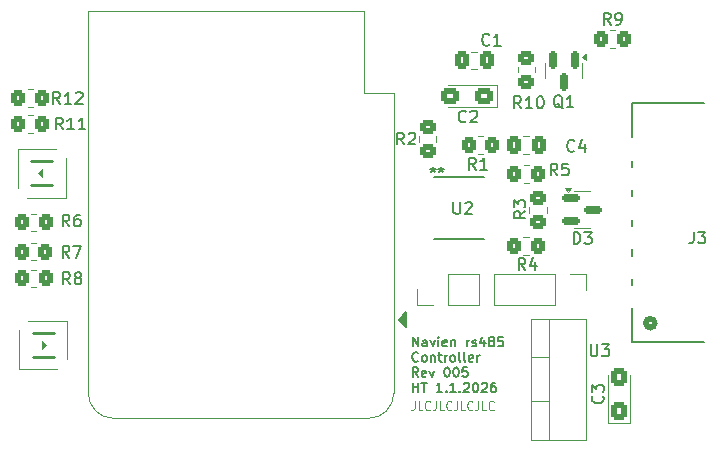
<source format=gbr>
%TF.GenerationSoftware,KiCad,Pcbnew,8.0.8*%
%TF.CreationDate,2026-01-01T17:30:43-08:00*%
%TF.ProjectId,navien,6e617669-656e-42e6-9b69-6361645f7063,rev?*%
%TF.SameCoordinates,Original*%
%TF.FileFunction,Legend,Top*%
%TF.FilePolarity,Positive*%
%FSLAX46Y46*%
G04 Gerber Fmt 4.6, Leading zero omitted, Abs format (unit mm)*
G04 Created by KiCad (PCBNEW 8.0.8) date 2026-01-01 17:30:43*
%MOMM*%
%LPD*%
G01*
G04 APERTURE LIST*
G04 Aperture macros list*
%AMRoundRect*
0 Rectangle with rounded corners*
0 $1 Rounding radius*
0 $2 $3 $4 $5 $6 $7 $8 $9 X,Y pos of 4 corners*
0 Add a 4 corners polygon primitive as box body*
4,1,4,$2,$3,$4,$5,$6,$7,$8,$9,$2,$3,0*
0 Add four circle primitives for the rounded corners*
1,1,$1+$1,$2,$3*
1,1,$1+$1,$4,$5*
1,1,$1+$1,$6,$7*
1,1,$1+$1,$8,$9*
0 Add four rect primitives between the rounded corners*
20,1,$1+$1,$2,$3,$4,$5,0*
20,1,$1+$1,$4,$5,$6,$7,0*
20,1,$1+$1,$6,$7,$8,$9,0*
20,1,$1+$1,$8,$9,$2,$3,0*%
G04 Aperture macros list end*
%ADD10C,0.120000*%
%ADD11C,0.150000*%
%ADD12C,0.254000*%
%ADD13C,0.100000*%
%ADD14C,0.000000*%
%ADD15C,0.152400*%
%ADD16C,0.508000*%
%ADD17C,1.524000*%
%ADD18R,1.100000X0.600000*%
%ADD19RoundRect,0.250000X0.450000X-0.350000X0.450000X0.350000X-0.450000X0.350000X-0.450000X-0.350000X0*%
%ADD20R,4.495800X1.295400*%
%ADD21R,2.709601X1.803400*%
%ADD22R,2.709601X1.851698*%
%ADD23RoundRect,0.250000X-0.350000X-0.450000X0.350000X-0.450000X0.350000X0.450000X-0.350000X0.450000X0*%
%ADD24RoundRect,0.250000X-0.337500X-0.475000X0.337500X-0.475000X0.337500X0.475000X-0.337500X0.475000X0*%
%ADD25R,1.460500X0.558800*%
%ADD26R,1.700000X1.700000*%
%ADD27O,1.700000X1.700000*%
%ADD28R,2.000000X2.000000*%
%ADD29O,2.000000X1.600000*%
%ADD30RoundRect,0.250000X0.425000X-0.537500X0.425000X0.537500X-0.425000X0.537500X-0.425000X-0.537500X0*%
%ADD31C,2.500000*%
%ADD32RoundRect,0.250000X0.537500X0.425000X-0.537500X0.425000X-0.537500X-0.425000X0.537500X-0.425000X0*%
%ADD33RoundRect,0.250000X0.337500X0.475000X-0.337500X0.475000X-0.337500X-0.475000X0.337500X-0.475000X0*%
%ADD34RoundRect,0.250000X0.350000X0.450000X-0.350000X0.450000X-0.350000X-0.450000X0.350000X-0.450000X0*%
%ADD35R,2.000000X1.905000*%
%ADD36O,2.000000X1.905000*%
%ADD37RoundRect,0.150000X-0.587500X-0.150000X0.587500X-0.150000X0.587500X0.150000X-0.587500X0.150000X0*%
%ADD38RoundRect,0.150000X-0.150000X0.587500X-0.150000X-0.587500X0.150000X-0.587500X0.150000X0.587500X0*%
%ADD39RoundRect,0.250000X-0.450000X0.350000X-0.450000X-0.350000X0.450000X-0.350000X0.450000X0.350000X0*%
G04 APERTURE END LIST*
D10*
X36745613Y3785745D02*
X36745613Y3214317D01*
X36745613Y3214317D02*
X36712280Y3100031D01*
X36712280Y3100031D02*
X36645613Y3023840D01*
X36645613Y3023840D02*
X36545613Y2985745D01*
X36545613Y2985745D02*
X36478947Y2985745D01*
X37412280Y2985745D02*
X37078946Y2985745D01*
X37078946Y2985745D02*
X37078946Y3785745D01*
X38045613Y3061936D02*
X38012280Y3023840D01*
X38012280Y3023840D02*
X37912280Y2985745D01*
X37912280Y2985745D02*
X37845613Y2985745D01*
X37845613Y2985745D02*
X37745613Y3023840D01*
X37745613Y3023840D02*
X37678947Y3100031D01*
X37678947Y3100031D02*
X37645613Y3176221D01*
X37645613Y3176221D02*
X37612280Y3328602D01*
X37612280Y3328602D02*
X37612280Y3442888D01*
X37612280Y3442888D02*
X37645613Y3595269D01*
X37645613Y3595269D02*
X37678947Y3671460D01*
X37678947Y3671460D02*
X37745613Y3747650D01*
X37745613Y3747650D02*
X37845613Y3785745D01*
X37845613Y3785745D02*
X37912280Y3785745D01*
X37912280Y3785745D02*
X38012280Y3747650D01*
X38012280Y3747650D02*
X38045613Y3709555D01*
X38545613Y3785745D02*
X38545613Y3214317D01*
X38545613Y3214317D02*
X38512280Y3100031D01*
X38512280Y3100031D02*
X38445613Y3023840D01*
X38445613Y3023840D02*
X38345613Y2985745D01*
X38345613Y2985745D02*
X38278947Y2985745D01*
X39212280Y2985745D02*
X38878946Y2985745D01*
X38878946Y2985745D02*
X38878946Y3785745D01*
X39845613Y3061936D02*
X39812280Y3023840D01*
X39812280Y3023840D02*
X39712280Y2985745D01*
X39712280Y2985745D02*
X39645613Y2985745D01*
X39645613Y2985745D02*
X39545613Y3023840D01*
X39545613Y3023840D02*
X39478947Y3100031D01*
X39478947Y3100031D02*
X39445613Y3176221D01*
X39445613Y3176221D02*
X39412280Y3328602D01*
X39412280Y3328602D02*
X39412280Y3442888D01*
X39412280Y3442888D02*
X39445613Y3595269D01*
X39445613Y3595269D02*
X39478947Y3671460D01*
X39478947Y3671460D02*
X39545613Y3747650D01*
X39545613Y3747650D02*
X39645613Y3785745D01*
X39645613Y3785745D02*
X39712280Y3785745D01*
X39712280Y3785745D02*
X39812280Y3747650D01*
X39812280Y3747650D02*
X39845613Y3709555D01*
X40345613Y3785745D02*
X40345613Y3214317D01*
X40345613Y3214317D02*
X40312280Y3100031D01*
X40312280Y3100031D02*
X40245613Y3023840D01*
X40245613Y3023840D02*
X40145613Y2985745D01*
X40145613Y2985745D02*
X40078947Y2985745D01*
X41012280Y2985745D02*
X40678946Y2985745D01*
X40678946Y2985745D02*
X40678946Y3785745D01*
X41645613Y3061936D02*
X41612280Y3023840D01*
X41612280Y3023840D02*
X41512280Y2985745D01*
X41512280Y2985745D02*
X41445613Y2985745D01*
X41445613Y2985745D02*
X41345613Y3023840D01*
X41345613Y3023840D02*
X41278947Y3100031D01*
X41278947Y3100031D02*
X41245613Y3176221D01*
X41245613Y3176221D02*
X41212280Y3328602D01*
X41212280Y3328602D02*
X41212280Y3442888D01*
X41212280Y3442888D02*
X41245613Y3595269D01*
X41245613Y3595269D02*
X41278947Y3671460D01*
X41278947Y3671460D02*
X41345613Y3747650D01*
X41345613Y3747650D02*
X41445613Y3785745D01*
X41445613Y3785745D02*
X41512280Y3785745D01*
X41512280Y3785745D02*
X41612280Y3747650D01*
X41612280Y3747650D02*
X41645613Y3709555D01*
X42145613Y3785745D02*
X42145613Y3214317D01*
X42145613Y3214317D02*
X42112280Y3100031D01*
X42112280Y3100031D02*
X42045613Y3023840D01*
X42045613Y3023840D02*
X41945613Y2985745D01*
X41945613Y2985745D02*
X41878947Y2985745D01*
X42812280Y2985745D02*
X42478946Y2985745D01*
X42478946Y2985745D02*
X42478946Y3785745D01*
X43445613Y3061936D02*
X43412280Y3023840D01*
X43412280Y3023840D02*
X43312280Y2985745D01*
X43312280Y2985745D02*
X43245613Y2985745D01*
X43245613Y2985745D02*
X43145613Y3023840D01*
X43145613Y3023840D02*
X43078947Y3100031D01*
X43078947Y3100031D02*
X43045613Y3176221D01*
X43045613Y3176221D02*
X43012280Y3328602D01*
X43012280Y3328602D02*
X43012280Y3442888D01*
X43012280Y3442888D02*
X43045613Y3595269D01*
X43045613Y3595269D02*
X43078947Y3671460D01*
X43078947Y3671460D02*
X43145613Y3747650D01*
X43145613Y3747650D02*
X43245613Y3785745D01*
X43245613Y3785745D02*
X43312280Y3785745D01*
X43312280Y3785745D02*
X43412280Y3747650D01*
X43412280Y3747650D02*
X43445613Y3709555D01*
D11*
X36589160Y8401170D02*
X36589160Y9201170D01*
X36589160Y9201170D02*
X37046303Y8401170D01*
X37046303Y8401170D02*
X37046303Y9201170D01*
X37770112Y8401170D02*
X37770112Y8820218D01*
X37770112Y8820218D02*
X37732017Y8896408D01*
X37732017Y8896408D02*
X37655826Y8934504D01*
X37655826Y8934504D02*
X37503445Y8934504D01*
X37503445Y8934504D02*
X37427255Y8896408D01*
X37770112Y8439265D02*
X37693921Y8401170D01*
X37693921Y8401170D02*
X37503445Y8401170D01*
X37503445Y8401170D02*
X37427255Y8439265D01*
X37427255Y8439265D02*
X37389159Y8515456D01*
X37389159Y8515456D02*
X37389159Y8591646D01*
X37389159Y8591646D02*
X37427255Y8667837D01*
X37427255Y8667837D02*
X37503445Y8705932D01*
X37503445Y8705932D02*
X37693921Y8705932D01*
X37693921Y8705932D02*
X37770112Y8744027D01*
X38074874Y8934504D02*
X38265350Y8401170D01*
X38265350Y8401170D02*
X38455827Y8934504D01*
X38760589Y8401170D02*
X38760589Y8934504D01*
X38760589Y9201170D02*
X38722493Y9163075D01*
X38722493Y9163075D02*
X38760589Y9124980D01*
X38760589Y9124980D02*
X38798684Y9163075D01*
X38798684Y9163075D02*
X38760589Y9201170D01*
X38760589Y9201170D02*
X38760589Y9124980D01*
X39446303Y8439265D02*
X39370112Y8401170D01*
X39370112Y8401170D02*
X39217731Y8401170D01*
X39217731Y8401170D02*
X39141541Y8439265D01*
X39141541Y8439265D02*
X39103445Y8515456D01*
X39103445Y8515456D02*
X39103445Y8820218D01*
X39103445Y8820218D02*
X39141541Y8896408D01*
X39141541Y8896408D02*
X39217731Y8934504D01*
X39217731Y8934504D02*
X39370112Y8934504D01*
X39370112Y8934504D02*
X39446303Y8896408D01*
X39446303Y8896408D02*
X39484398Y8820218D01*
X39484398Y8820218D02*
X39484398Y8744027D01*
X39484398Y8744027D02*
X39103445Y8667837D01*
X39827255Y8934504D02*
X39827255Y8401170D01*
X39827255Y8858313D02*
X39865350Y8896408D01*
X39865350Y8896408D02*
X39941540Y8934504D01*
X39941540Y8934504D02*
X40055826Y8934504D01*
X40055826Y8934504D02*
X40132017Y8896408D01*
X40132017Y8896408D02*
X40170112Y8820218D01*
X40170112Y8820218D02*
X40170112Y8401170D01*
X41160589Y8401170D02*
X41160589Y8934504D01*
X41160589Y8782123D02*
X41198684Y8858313D01*
X41198684Y8858313D02*
X41236779Y8896408D01*
X41236779Y8896408D02*
X41312970Y8934504D01*
X41312970Y8934504D02*
X41389160Y8934504D01*
X41617731Y8439265D02*
X41693922Y8401170D01*
X41693922Y8401170D02*
X41846303Y8401170D01*
X41846303Y8401170D02*
X41922493Y8439265D01*
X41922493Y8439265D02*
X41960589Y8515456D01*
X41960589Y8515456D02*
X41960589Y8553551D01*
X41960589Y8553551D02*
X41922493Y8629742D01*
X41922493Y8629742D02*
X41846303Y8667837D01*
X41846303Y8667837D02*
X41732017Y8667837D01*
X41732017Y8667837D02*
X41655827Y8705932D01*
X41655827Y8705932D02*
X41617731Y8782123D01*
X41617731Y8782123D02*
X41617731Y8820218D01*
X41617731Y8820218D02*
X41655827Y8896408D01*
X41655827Y8896408D02*
X41732017Y8934504D01*
X41732017Y8934504D02*
X41846303Y8934504D01*
X41846303Y8934504D02*
X41922493Y8896408D01*
X42646303Y8934504D02*
X42646303Y8401170D01*
X42455827Y9239265D02*
X42265350Y8667837D01*
X42265350Y8667837D02*
X42760589Y8667837D01*
X43179636Y8858313D02*
X43103446Y8896408D01*
X43103446Y8896408D02*
X43065351Y8934504D01*
X43065351Y8934504D02*
X43027255Y9010694D01*
X43027255Y9010694D02*
X43027255Y9048789D01*
X43027255Y9048789D02*
X43065351Y9124980D01*
X43065351Y9124980D02*
X43103446Y9163075D01*
X43103446Y9163075D02*
X43179636Y9201170D01*
X43179636Y9201170D02*
X43332017Y9201170D01*
X43332017Y9201170D02*
X43408208Y9163075D01*
X43408208Y9163075D02*
X43446303Y9124980D01*
X43446303Y9124980D02*
X43484398Y9048789D01*
X43484398Y9048789D02*
X43484398Y9010694D01*
X43484398Y9010694D02*
X43446303Y8934504D01*
X43446303Y8934504D02*
X43408208Y8896408D01*
X43408208Y8896408D02*
X43332017Y8858313D01*
X43332017Y8858313D02*
X43179636Y8858313D01*
X43179636Y8858313D02*
X43103446Y8820218D01*
X43103446Y8820218D02*
X43065351Y8782123D01*
X43065351Y8782123D02*
X43027255Y8705932D01*
X43027255Y8705932D02*
X43027255Y8553551D01*
X43027255Y8553551D02*
X43065351Y8477361D01*
X43065351Y8477361D02*
X43103446Y8439265D01*
X43103446Y8439265D02*
X43179636Y8401170D01*
X43179636Y8401170D02*
X43332017Y8401170D01*
X43332017Y8401170D02*
X43408208Y8439265D01*
X43408208Y8439265D02*
X43446303Y8477361D01*
X43446303Y8477361D02*
X43484398Y8553551D01*
X43484398Y8553551D02*
X43484398Y8705932D01*
X43484398Y8705932D02*
X43446303Y8782123D01*
X43446303Y8782123D02*
X43408208Y8820218D01*
X43408208Y8820218D02*
X43332017Y8858313D01*
X44208208Y9201170D02*
X43827256Y9201170D01*
X43827256Y9201170D02*
X43789160Y8820218D01*
X43789160Y8820218D02*
X43827256Y8858313D01*
X43827256Y8858313D02*
X43903446Y8896408D01*
X43903446Y8896408D02*
X44093922Y8896408D01*
X44093922Y8896408D02*
X44170113Y8858313D01*
X44170113Y8858313D02*
X44208208Y8820218D01*
X44208208Y8820218D02*
X44246303Y8744027D01*
X44246303Y8744027D02*
X44246303Y8553551D01*
X44246303Y8553551D02*
X44208208Y8477361D01*
X44208208Y8477361D02*
X44170113Y8439265D01*
X44170113Y8439265D02*
X44093922Y8401170D01*
X44093922Y8401170D02*
X43903446Y8401170D01*
X43903446Y8401170D02*
X43827256Y8439265D01*
X43827256Y8439265D02*
X43789160Y8477361D01*
X37046303Y7189406D02*
X37008207Y7151310D01*
X37008207Y7151310D02*
X36893922Y7113215D01*
X36893922Y7113215D02*
X36817731Y7113215D01*
X36817731Y7113215D02*
X36703445Y7151310D01*
X36703445Y7151310D02*
X36627255Y7227501D01*
X36627255Y7227501D02*
X36589160Y7303691D01*
X36589160Y7303691D02*
X36551064Y7456072D01*
X36551064Y7456072D02*
X36551064Y7570358D01*
X36551064Y7570358D02*
X36589160Y7722739D01*
X36589160Y7722739D02*
X36627255Y7798930D01*
X36627255Y7798930D02*
X36703445Y7875120D01*
X36703445Y7875120D02*
X36817731Y7913215D01*
X36817731Y7913215D02*
X36893922Y7913215D01*
X36893922Y7913215D02*
X37008207Y7875120D01*
X37008207Y7875120D02*
X37046303Y7837025D01*
X37503445Y7113215D02*
X37427255Y7151310D01*
X37427255Y7151310D02*
X37389160Y7189406D01*
X37389160Y7189406D02*
X37351064Y7265596D01*
X37351064Y7265596D02*
X37351064Y7494168D01*
X37351064Y7494168D02*
X37389160Y7570358D01*
X37389160Y7570358D02*
X37427255Y7608453D01*
X37427255Y7608453D02*
X37503445Y7646549D01*
X37503445Y7646549D02*
X37617731Y7646549D01*
X37617731Y7646549D02*
X37693922Y7608453D01*
X37693922Y7608453D02*
X37732017Y7570358D01*
X37732017Y7570358D02*
X37770112Y7494168D01*
X37770112Y7494168D02*
X37770112Y7265596D01*
X37770112Y7265596D02*
X37732017Y7189406D01*
X37732017Y7189406D02*
X37693922Y7151310D01*
X37693922Y7151310D02*
X37617731Y7113215D01*
X37617731Y7113215D02*
X37503445Y7113215D01*
X38112970Y7646549D02*
X38112970Y7113215D01*
X38112970Y7570358D02*
X38151065Y7608453D01*
X38151065Y7608453D02*
X38227255Y7646549D01*
X38227255Y7646549D02*
X38341541Y7646549D01*
X38341541Y7646549D02*
X38417732Y7608453D01*
X38417732Y7608453D02*
X38455827Y7532263D01*
X38455827Y7532263D02*
X38455827Y7113215D01*
X38722494Y7646549D02*
X39027256Y7646549D01*
X38836780Y7913215D02*
X38836780Y7227501D01*
X38836780Y7227501D02*
X38874875Y7151310D01*
X38874875Y7151310D02*
X38951065Y7113215D01*
X38951065Y7113215D02*
X39027256Y7113215D01*
X39293923Y7113215D02*
X39293923Y7646549D01*
X39293923Y7494168D02*
X39332018Y7570358D01*
X39332018Y7570358D02*
X39370113Y7608453D01*
X39370113Y7608453D02*
X39446304Y7646549D01*
X39446304Y7646549D02*
X39522494Y7646549D01*
X39903446Y7113215D02*
X39827256Y7151310D01*
X39827256Y7151310D02*
X39789161Y7189406D01*
X39789161Y7189406D02*
X39751065Y7265596D01*
X39751065Y7265596D02*
X39751065Y7494168D01*
X39751065Y7494168D02*
X39789161Y7570358D01*
X39789161Y7570358D02*
X39827256Y7608453D01*
X39827256Y7608453D02*
X39903446Y7646549D01*
X39903446Y7646549D02*
X40017732Y7646549D01*
X40017732Y7646549D02*
X40093923Y7608453D01*
X40093923Y7608453D02*
X40132018Y7570358D01*
X40132018Y7570358D02*
X40170113Y7494168D01*
X40170113Y7494168D02*
X40170113Y7265596D01*
X40170113Y7265596D02*
X40132018Y7189406D01*
X40132018Y7189406D02*
X40093923Y7151310D01*
X40093923Y7151310D02*
X40017732Y7113215D01*
X40017732Y7113215D02*
X39903446Y7113215D01*
X40627256Y7113215D02*
X40551066Y7151310D01*
X40551066Y7151310D02*
X40512971Y7227501D01*
X40512971Y7227501D02*
X40512971Y7913215D01*
X41046304Y7113215D02*
X40970114Y7151310D01*
X40970114Y7151310D02*
X40932019Y7227501D01*
X40932019Y7227501D02*
X40932019Y7913215D01*
X41655829Y7151310D02*
X41579638Y7113215D01*
X41579638Y7113215D02*
X41427257Y7113215D01*
X41427257Y7113215D02*
X41351067Y7151310D01*
X41351067Y7151310D02*
X41312971Y7227501D01*
X41312971Y7227501D02*
X41312971Y7532263D01*
X41312971Y7532263D02*
X41351067Y7608453D01*
X41351067Y7608453D02*
X41427257Y7646549D01*
X41427257Y7646549D02*
X41579638Y7646549D01*
X41579638Y7646549D02*
X41655829Y7608453D01*
X41655829Y7608453D02*
X41693924Y7532263D01*
X41693924Y7532263D02*
X41693924Y7456072D01*
X41693924Y7456072D02*
X41312971Y7379882D01*
X42036781Y7113215D02*
X42036781Y7646549D01*
X42036781Y7494168D02*
X42074876Y7570358D01*
X42074876Y7570358D02*
X42112971Y7608453D01*
X42112971Y7608453D02*
X42189162Y7646549D01*
X42189162Y7646549D02*
X42265352Y7646549D01*
X37046303Y5825260D02*
X36779636Y6206213D01*
X36589160Y5825260D02*
X36589160Y6625260D01*
X36589160Y6625260D02*
X36893922Y6625260D01*
X36893922Y6625260D02*
X36970112Y6587165D01*
X36970112Y6587165D02*
X37008207Y6549070D01*
X37008207Y6549070D02*
X37046303Y6472879D01*
X37046303Y6472879D02*
X37046303Y6358594D01*
X37046303Y6358594D02*
X37008207Y6282403D01*
X37008207Y6282403D02*
X36970112Y6244308D01*
X36970112Y6244308D02*
X36893922Y6206213D01*
X36893922Y6206213D02*
X36589160Y6206213D01*
X37693922Y5863355D02*
X37617731Y5825260D01*
X37617731Y5825260D02*
X37465350Y5825260D01*
X37465350Y5825260D02*
X37389160Y5863355D01*
X37389160Y5863355D02*
X37351064Y5939546D01*
X37351064Y5939546D02*
X37351064Y6244308D01*
X37351064Y6244308D02*
X37389160Y6320498D01*
X37389160Y6320498D02*
X37465350Y6358594D01*
X37465350Y6358594D02*
X37617731Y6358594D01*
X37617731Y6358594D02*
X37693922Y6320498D01*
X37693922Y6320498D02*
X37732017Y6244308D01*
X37732017Y6244308D02*
X37732017Y6168117D01*
X37732017Y6168117D02*
X37351064Y6091927D01*
X37998683Y6358594D02*
X38189159Y5825260D01*
X38189159Y5825260D02*
X38379636Y6358594D01*
X39446303Y6625260D02*
X39522493Y6625260D01*
X39522493Y6625260D02*
X39598684Y6587165D01*
X39598684Y6587165D02*
X39636779Y6549070D01*
X39636779Y6549070D02*
X39674874Y6472879D01*
X39674874Y6472879D02*
X39712969Y6320498D01*
X39712969Y6320498D02*
X39712969Y6130022D01*
X39712969Y6130022D02*
X39674874Y5977641D01*
X39674874Y5977641D02*
X39636779Y5901451D01*
X39636779Y5901451D02*
X39598684Y5863355D01*
X39598684Y5863355D02*
X39522493Y5825260D01*
X39522493Y5825260D02*
X39446303Y5825260D01*
X39446303Y5825260D02*
X39370112Y5863355D01*
X39370112Y5863355D02*
X39332017Y5901451D01*
X39332017Y5901451D02*
X39293922Y5977641D01*
X39293922Y5977641D02*
X39255826Y6130022D01*
X39255826Y6130022D02*
X39255826Y6320498D01*
X39255826Y6320498D02*
X39293922Y6472879D01*
X39293922Y6472879D02*
X39332017Y6549070D01*
X39332017Y6549070D02*
X39370112Y6587165D01*
X39370112Y6587165D02*
X39446303Y6625260D01*
X40208208Y6625260D02*
X40284398Y6625260D01*
X40284398Y6625260D02*
X40360589Y6587165D01*
X40360589Y6587165D02*
X40398684Y6549070D01*
X40398684Y6549070D02*
X40436779Y6472879D01*
X40436779Y6472879D02*
X40474874Y6320498D01*
X40474874Y6320498D02*
X40474874Y6130022D01*
X40474874Y6130022D02*
X40436779Y5977641D01*
X40436779Y5977641D02*
X40398684Y5901451D01*
X40398684Y5901451D02*
X40360589Y5863355D01*
X40360589Y5863355D02*
X40284398Y5825260D01*
X40284398Y5825260D02*
X40208208Y5825260D01*
X40208208Y5825260D02*
X40132017Y5863355D01*
X40132017Y5863355D02*
X40093922Y5901451D01*
X40093922Y5901451D02*
X40055827Y5977641D01*
X40055827Y5977641D02*
X40017731Y6130022D01*
X40017731Y6130022D02*
X40017731Y6320498D01*
X40017731Y6320498D02*
X40055827Y6472879D01*
X40055827Y6472879D02*
X40093922Y6549070D01*
X40093922Y6549070D02*
X40132017Y6587165D01*
X40132017Y6587165D02*
X40208208Y6625260D01*
X41198684Y6625260D02*
X40817732Y6625260D01*
X40817732Y6625260D02*
X40779636Y6244308D01*
X40779636Y6244308D02*
X40817732Y6282403D01*
X40817732Y6282403D02*
X40893922Y6320498D01*
X40893922Y6320498D02*
X41084398Y6320498D01*
X41084398Y6320498D02*
X41160589Y6282403D01*
X41160589Y6282403D02*
X41198684Y6244308D01*
X41198684Y6244308D02*
X41236779Y6168117D01*
X41236779Y6168117D02*
X41236779Y5977641D01*
X41236779Y5977641D02*
X41198684Y5901451D01*
X41198684Y5901451D02*
X41160589Y5863355D01*
X41160589Y5863355D02*
X41084398Y5825260D01*
X41084398Y5825260D02*
X40893922Y5825260D01*
X40893922Y5825260D02*
X40817732Y5863355D01*
X40817732Y5863355D02*
X40779636Y5901451D01*
X36589160Y4537305D02*
X36589160Y5337305D01*
X36589160Y4956353D02*
X37046303Y4956353D01*
X37046303Y4537305D02*
X37046303Y5337305D01*
X37312969Y5337305D02*
X37770112Y5337305D01*
X37541540Y4537305D02*
X37541540Y5337305D01*
X39065350Y4537305D02*
X38608207Y4537305D01*
X38836779Y4537305D02*
X38836779Y5337305D01*
X38836779Y5337305D02*
X38760588Y5223020D01*
X38760588Y5223020D02*
X38684398Y5146829D01*
X38684398Y5146829D02*
X38608207Y5108734D01*
X39408208Y4613496D02*
X39446303Y4575400D01*
X39446303Y4575400D02*
X39408208Y4537305D01*
X39408208Y4537305D02*
X39370112Y4575400D01*
X39370112Y4575400D02*
X39408208Y4613496D01*
X39408208Y4613496D02*
X39408208Y4537305D01*
X40208207Y4537305D02*
X39751064Y4537305D01*
X39979636Y4537305D02*
X39979636Y5337305D01*
X39979636Y5337305D02*
X39903445Y5223020D01*
X39903445Y5223020D02*
X39827255Y5146829D01*
X39827255Y5146829D02*
X39751064Y5108734D01*
X40551065Y4613496D02*
X40589160Y4575400D01*
X40589160Y4575400D02*
X40551065Y4537305D01*
X40551065Y4537305D02*
X40512969Y4575400D01*
X40512969Y4575400D02*
X40551065Y4613496D01*
X40551065Y4613496D02*
X40551065Y4537305D01*
X40893921Y5261115D02*
X40932017Y5299210D01*
X40932017Y5299210D02*
X41008207Y5337305D01*
X41008207Y5337305D02*
X41198683Y5337305D01*
X41198683Y5337305D02*
X41274874Y5299210D01*
X41274874Y5299210D02*
X41312969Y5261115D01*
X41312969Y5261115D02*
X41351064Y5184924D01*
X41351064Y5184924D02*
X41351064Y5108734D01*
X41351064Y5108734D02*
X41312969Y4994448D01*
X41312969Y4994448D02*
X40855826Y4537305D01*
X40855826Y4537305D02*
X41351064Y4537305D01*
X41846303Y5337305D02*
X41922493Y5337305D01*
X41922493Y5337305D02*
X41998684Y5299210D01*
X41998684Y5299210D02*
X42036779Y5261115D01*
X42036779Y5261115D02*
X42074874Y5184924D01*
X42074874Y5184924D02*
X42112969Y5032543D01*
X42112969Y5032543D02*
X42112969Y4842067D01*
X42112969Y4842067D02*
X42074874Y4689686D01*
X42074874Y4689686D02*
X42036779Y4613496D01*
X42036779Y4613496D02*
X41998684Y4575400D01*
X41998684Y4575400D02*
X41922493Y4537305D01*
X41922493Y4537305D02*
X41846303Y4537305D01*
X41846303Y4537305D02*
X41770112Y4575400D01*
X41770112Y4575400D02*
X41732017Y4613496D01*
X41732017Y4613496D02*
X41693922Y4689686D01*
X41693922Y4689686D02*
X41655826Y4842067D01*
X41655826Y4842067D02*
X41655826Y5032543D01*
X41655826Y5032543D02*
X41693922Y5184924D01*
X41693922Y5184924D02*
X41732017Y5261115D01*
X41732017Y5261115D02*
X41770112Y5299210D01*
X41770112Y5299210D02*
X41846303Y5337305D01*
X42417731Y5261115D02*
X42455827Y5299210D01*
X42455827Y5299210D02*
X42532017Y5337305D01*
X42532017Y5337305D02*
X42722493Y5337305D01*
X42722493Y5337305D02*
X42798684Y5299210D01*
X42798684Y5299210D02*
X42836779Y5261115D01*
X42836779Y5261115D02*
X42874874Y5184924D01*
X42874874Y5184924D02*
X42874874Y5108734D01*
X42874874Y5108734D02*
X42836779Y4994448D01*
X42836779Y4994448D02*
X42379636Y4537305D01*
X42379636Y4537305D02*
X42874874Y4537305D01*
X43560589Y5337305D02*
X43408208Y5337305D01*
X43408208Y5337305D02*
X43332017Y5299210D01*
X43332017Y5299210D02*
X43293922Y5261115D01*
X43293922Y5261115D02*
X43217732Y5146829D01*
X43217732Y5146829D02*
X43179636Y4994448D01*
X43179636Y4994448D02*
X43179636Y4689686D01*
X43179636Y4689686D02*
X43217732Y4613496D01*
X43217732Y4613496D02*
X43255827Y4575400D01*
X43255827Y4575400D02*
X43332017Y4537305D01*
X43332017Y4537305D02*
X43484398Y4537305D01*
X43484398Y4537305D02*
X43560589Y4575400D01*
X43560589Y4575400D02*
X43598684Y4613496D01*
X43598684Y4613496D02*
X43636779Y4689686D01*
X43636779Y4689686D02*
X43636779Y4880162D01*
X43636779Y4880162D02*
X43598684Y4956353D01*
X43598684Y4956353D02*
X43560589Y4994448D01*
X43560589Y4994448D02*
X43484398Y5032543D01*
X43484398Y5032543D02*
X43332017Y5032543D01*
X43332017Y5032543D02*
X43255827Y4994448D01*
X43255827Y4994448D02*
X43217732Y4956353D01*
X43217732Y4956353D02*
X43179636Y4880162D01*
X46124019Y19848534D02*
X45647828Y19515201D01*
X46124019Y19277106D02*
X45124019Y19277106D01*
X45124019Y19277106D02*
X45124019Y19658058D01*
X45124019Y19658058D02*
X45171638Y19753296D01*
X45171638Y19753296D02*
X45219257Y19800915D01*
X45219257Y19800915D02*
X45314495Y19848534D01*
X45314495Y19848534D02*
X45457352Y19848534D01*
X45457352Y19848534D02*
X45552590Y19800915D01*
X45552590Y19800915D02*
X45600209Y19753296D01*
X45600209Y19753296D02*
X45647828Y19658058D01*
X45647828Y19658058D02*
X45647828Y19277106D01*
X45124019Y20181868D02*
X45124019Y20800915D01*
X45124019Y20800915D02*
X45504971Y20467582D01*
X45504971Y20467582D02*
X45504971Y20610439D01*
X45504971Y20610439D02*
X45552590Y20705677D01*
X45552590Y20705677D02*
X45600209Y20753296D01*
X45600209Y20753296D02*
X45695447Y20800915D01*
X45695447Y20800915D02*
X45933542Y20800915D01*
X45933542Y20800915D02*
X46028780Y20753296D01*
X46028780Y20753296D02*
X46076400Y20705677D01*
X46076400Y20705677D02*
X46124019Y20610439D01*
X46124019Y20610439D02*
X46124019Y20324725D01*
X46124019Y20324725D02*
X46076400Y20229487D01*
X46076400Y20229487D02*
X46028780Y20181868D01*
X45757142Y28576781D02*
X45423809Y29052972D01*
X45185714Y28576781D02*
X45185714Y29576781D01*
X45185714Y29576781D02*
X45566666Y29576781D01*
X45566666Y29576781D02*
X45661904Y29529162D01*
X45661904Y29529162D02*
X45709523Y29481543D01*
X45709523Y29481543D02*
X45757142Y29386305D01*
X45757142Y29386305D02*
X45757142Y29243448D01*
X45757142Y29243448D02*
X45709523Y29148210D01*
X45709523Y29148210D02*
X45661904Y29100591D01*
X45661904Y29100591D02*
X45566666Y29052972D01*
X45566666Y29052972D02*
X45185714Y29052972D01*
X46709523Y28576781D02*
X46138095Y28576781D01*
X46423809Y28576781D02*
X46423809Y29576781D01*
X46423809Y29576781D02*
X46328571Y29433924D01*
X46328571Y29433924D02*
X46233333Y29338686D01*
X46233333Y29338686D02*
X46138095Y29291067D01*
X47328571Y29576781D02*
X47423809Y29576781D01*
X47423809Y29576781D02*
X47519047Y29529162D01*
X47519047Y29529162D02*
X47566666Y29481543D01*
X47566666Y29481543D02*
X47614285Y29386305D01*
X47614285Y29386305D02*
X47661904Y29195829D01*
X47661904Y29195829D02*
X47661904Y28957734D01*
X47661904Y28957734D02*
X47614285Y28767258D01*
X47614285Y28767258D02*
X47566666Y28672020D01*
X47566666Y28672020D02*
X47519047Y28624400D01*
X47519047Y28624400D02*
X47423809Y28576781D01*
X47423809Y28576781D02*
X47328571Y28576781D01*
X47328571Y28576781D02*
X47233333Y28624400D01*
X47233333Y28624400D02*
X47185714Y28672020D01*
X47185714Y28672020D02*
X47138095Y28767258D01*
X47138095Y28767258D02*
X47090476Y28957734D01*
X47090476Y28957734D02*
X47090476Y29195829D01*
X47090476Y29195829D02*
X47138095Y29386305D01*
X47138095Y29386305D02*
X47185714Y29481543D01*
X47185714Y29481543D02*
X47233333Y29529162D01*
X47233333Y29529162D02*
X47328571Y29576781D01*
X60372666Y18121981D02*
X60372666Y17407696D01*
X60372666Y17407696D02*
X60325047Y17264839D01*
X60325047Y17264839D02*
X60229809Y17169600D01*
X60229809Y17169600D02*
X60086952Y17121981D01*
X60086952Y17121981D02*
X59991714Y17121981D01*
X60753619Y18121981D02*
X61372666Y18121981D01*
X61372666Y18121981D02*
X61039333Y17741029D01*
X61039333Y17741029D02*
X61182190Y17741029D01*
X61182190Y17741029D02*
X61277428Y17693410D01*
X61277428Y17693410D02*
X61325047Y17645791D01*
X61325047Y17645791D02*
X61372666Y17550553D01*
X61372666Y17550553D02*
X61372666Y17312458D01*
X61372666Y17312458D02*
X61325047Y17217220D01*
X61325047Y17217220D02*
X61277428Y17169600D01*
X61277428Y17169600D02*
X61182190Y17121981D01*
X61182190Y17121981D02*
X60896476Y17121981D01*
X60896476Y17121981D02*
X60801238Y17169600D01*
X60801238Y17169600D02*
X60753619Y17217220D01*
X7517733Y18567581D02*
X7184400Y19043772D01*
X6946305Y18567581D02*
X6946305Y19567581D01*
X6946305Y19567581D02*
X7327257Y19567581D01*
X7327257Y19567581D02*
X7422495Y19519962D01*
X7422495Y19519962D02*
X7470114Y19472343D01*
X7470114Y19472343D02*
X7517733Y19377105D01*
X7517733Y19377105D02*
X7517733Y19234248D01*
X7517733Y19234248D02*
X7470114Y19139010D01*
X7470114Y19139010D02*
X7422495Y19091391D01*
X7422495Y19091391D02*
X7327257Y19043772D01*
X7327257Y19043772D02*
X6946305Y19043772D01*
X8374876Y19567581D02*
X8184400Y19567581D01*
X8184400Y19567581D02*
X8089162Y19519962D01*
X8089162Y19519962D02*
X8041543Y19472343D01*
X8041543Y19472343D02*
X7946305Y19329486D01*
X7946305Y19329486D02*
X7898686Y19139010D01*
X7898686Y19139010D02*
X7898686Y18758058D01*
X7898686Y18758058D02*
X7946305Y18662820D01*
X7946305Y18662820D02*
X7993924Y18615200D01*
X7993924Y18615200D02*
X8089162Y18567581D01*
X8089162Y18567581D02*
X8279638Y18567581D01*
X8279638Y18567581D02*
X8374876Y18615200D01*
X8374876Y18615200D02*
X8422495Y18662820D01*
X8422495Y18662820D02*
X8470114Y18758058D01*
X8470114Y18758058D02*
X8470114Y18996153D01*
X8470114Y18996153D02*
X8422495Y19091391D01*
X8422495Y19091391D02*
X8374876Y19139010D01*
X8374876Y19139010D02*
X8279638Y19186629D01*
X8279638Y19186629D02*
X8089162Y19186629D01*
X8089162Y19186629D02*
X7993924Y19139010D01*
X7993924Y19139010D02*
X7946305Y19091391D01*
X7946305Y19091391D02*
X7898686Y18996153D01*
X50277733Y24989620D02*
X50230114Y24942000D01*
X50230114Y24942000D02*
X50087257Y24894381D01*
X50087257Y24894381D02*
X49992019Y24894381D01*
X49992019Y24894381D02*
X49849162Y24942000D01*
X49849162Y24942000D02*
X49753924Y25037239D01*
X49753924Y25037239D02*
X49706305Y25132477D01*
X49706305Y25132477D02*
X49658686Y25322953D01*
X49658686Y25322953D02*
X49658686Y25465810D01*
X49658686Y25465810D02*
X49706305Y25656286D01*
X49706305Y25656286D02*
X49753924Y25751524D01*
X49753924Y25751524D02*
X49849162Y25846762D01*
X49849162Y25846762D02*
X49992019Y25894381D01*
X49992019Y25894381D02*
X50087257Y25894381D01*
X50087257Y25894381D02*
X50230114Y25846762D01*
X50230114Y25846762D02*
X50277733Y25799143D01*
X51134876Y25561048D02*
X51134876Y24894381D01*
X50896781Y25942000D02*
X50658686Y25227715D01*
X50658686Y25227715D02*
X51277733Y25227715D01*
X40030495Y20611181D02*
X40030495Y19801658D01*
X40030495Y19801658D02*
X40078114Y19706420D01*
X40078114Y19706420D02*
X40125733Y19658800D01*
X40125733Y19658800D02*
X40220971Y19611181D01*
X40220971Y19611181D02*
X40411447Y19611181D01*
X40411447Y19611181D02*
X40506685Y19658800D01*
X40506685Y19658800D02*
X40554304Y19706420D01*
X40554304Y19706420D02*
X40601923Y19801658D01*
X40601923Y19801658D02*
X40601923Y20611181D01*
X41030495Y20515943D02*
X41078114Y20563562D01*
X41078114Y20563562D02*
X41173352Y20611181D01*
X41173352Y20611181D02*
X41411447Y20611181D01*
X41411447Y20611181D02*
X41506685Y20563562D01*
X41506685Y20563562D02*
X41554304Y20515943D01*
X41554304Y20515943D02*
X41601923Y20420705D01*
X41601923Y20420705D02*
X41601923Y20325467D01*
X41601923Y20325467D02*
X41554304Y20182610D01*
X41554304Y20182610D02*
X40982876Y19611181D01*
X40982876Y19611181D02*
X41601923Y19611181D01*
X38309148Y23608381D02*
X38309148Y23370286D01*
X38071053Y23465524D02*
X38309148Y23370286D01*
X38309148Y23370286D02*
X38547243Y23465524D01*
X38166291Y23179810D02*
X38309148Y23370286D01*
X38309148Y23370286D02*
X38452005Y23179810D01*
X38969548Y23608381D02*
X38969548Y23370286D01*
X38731453Y23465524D02*
X38969548Y23370286D01*
X38969548Y23370286D02*
X39207643Y23465524D01*
X38826691Y23179810D02*
X38969548Y23370286D01*
X38969548Y23370286D02*
X39112405Y23179810D01*
X6957142Y26776781D02*
X6623809Y27252972D01*
X6385714Y26776781D02*
X6385714Y27776781D01*
X6385714Y27776781D02*
X6766666Y27776781D01*
X6766666Y27776781D02*
X6861904Y27729162D01*
X6861904Y27729162D02*
X6909523Y27681543D01*
X6909523Y27681543D02*
X6957142Y27586305D01*
X6957142Y27586305D02*
X6957142Y27443448D01*
X6957142Y27443448D02*
X6909523Y27348210D01*
X6909523Y27348210D02*
X6861904Y27300591D01*
X6861904Y27300591D02*
X6766666Y27252972D01*
X6766666Y27252972D02*
X6385714Y27252972D01*
X7909523Y26776781D02*
X7338095Y26776781D01*
X7623809Y26776781D02*
X7623809Y27776781D01*
X7623809Y27776781D02*
X7528571Y27633924D01*
X7528571Y27633924D02*
X7433333Y27538686D01*
X7433333Y27538686D02*
X7338095Y27491067D01*
X8861904Y26776781D02*
X8290476Y26776781D01*
X8576190Y26776781D02*
X8576190Y27776781D01*
X8576190Y27776781D02*
X8480952Y27633924D01*
X8480952Y27633924D02*
X8385714Y27538686D01*
X8385714Y27538686D02*
X8290476Y27491067D01*
X52660780Y4202134D02*
X52708400Y4154515D01*
X52708400Y4154515D02*
X52756019Y4011658D01*
X52756019Y4011658D02*
X52756019Y3916420D01*
X52756019Y3916420D02*
X52708400Y3773563D01*
X52708400Y3773563D02*
X52613161Y3678325D01*
X52613161Y3678325D02*
X52517923Y3630706D01*
X52517923Y3630706D02*
X52327447Y3583087D01*
X52327447Y3583087D02*
X52184590Y3583087D01*
X52184590Y3583087D02*
X51994114Y3630706D01*
X51994114Y3630706D02*
X51898876Y3678325D01*
X51898876Y3678325D02*
X51803638Y3773563D01*
X51803638Y3773563D02*
X51756019Y3916420D01*
X51756019Y3916420D02*
X51756019Y4011658D01*
X51756019Y4011658D02*
X51803638Y4154515D01*
X51803638Y4154515D02*
X51851257Y4202134D01*
X51756019Y4535468D02*
X51756019Y5154515D01*
X51756019Y5154515D02*
X52136971Y4821182D01*
X52136971Y4821182D02*
X52136971Y4964039D01*
X52136971Y4964039D02*
X52184590Y5059277D01*
X52184590Y5059277D02*
X52232209Y5106896D01*
X52232209Y5106896D02*
X52327447Y5154515D01*
X52327447Y5154515D02*
X52565542Y5154515D01*
X52565542Y5154515D02*
X52660780Y5106896D01*
X52660780Y5106896D02*
X52708400Y5059277D01*
X52708400Y5059277D02*
X52756019Y4964039D01*
X52756019Y4964039D02*
X52756019Y4678325D01*
X52756019Y4678325D02*
X52708400Y4583087D01*
X52708400Y4583087D02*
X52660780Y4535468D01*
X7517733Y15925981D02*
X7184400Y16402172D01*
X6946305Y15925981D02*
X6946305Y16925981D01*
X6946305Y16925981D02*
X7327257Y16925981D01*
X7327257Y16925981D02*
X7422495Y16878362D01*
X7422495Y16878362D02*
X7470114Y16830743D01*
X7470114Y16830743D02*
X7517733Y16735505D01*
X7517733Y16735505D02*
X7517733Y16592648D01*
X7517733Y16592648D02*
X7470114Y16497410D01*
X7470114Y16497410D02*
X7422495Y16449791D01*
X7422495Y16449791D02*
X7327257Y16402172D01*
X7327257Y16402172D02*
X6946305Y16402172D01*
X7851067Y16925981D02*
X8517733Y16925981D01*
X8517733Y16925981D02*
X8089162Y15925981D01*
X7568533Y13665181D02*
X7235200Y14141372D01*
X6997105Y13665181D02*
X6997105Y14665181D01*
X6997105Y14665181D02*
X7378057Y14665181D01*
X7378057Y14665181D02*
X7473295Y14617562D01*
X7473295Y14617562D02*
X7520914Y14569943D01*
X7520914Y14569943D02*
X7568533Y14474705D01*
X7568533Y14474705D02*
X7568533Y14331848D01*
X7568533Y14331848D02*
X7520914Y14236610D01*
X7520914Y14236610D02*
X7473295Y14188991D01*
X7473295Y14188991D02*
X7378057Y14141372D01*
X7378057Y14141372D02*
X6997105Y14141372D01*
X8139962Y14236610D02*
X8044724Y14284229D01*
X8044724Y14284229D02*
X7997105Y14331848D01*
X7997105Y14331848D02*
X7949486Y14427086D01*
X7949486Y14427086D02*
X7949486Y14474705D01*
X7949486Y14474705D02*
X7997105Y14569943D01*
X7997105Y14569943D02*
X8044724Y14617562D01*
X8044724Y14617562D02*
X8139962Y14665181D01*
X8139962Y14665181D02*
X8330438Y14665181D01*
X8330438Y14665181D02*
X8425676Y14617562D01*
X8425676Y14617562D02*
X8473295Y14569943D01*
X8473295Y14569943D02*
X8520914Y14474705D01*
X8520914Y14474705D02*
X8520914Y14427086D01*
X8520914Y14427086D02*
X8473295Y14331848D01*
X8473295Y14331848D02*
X8425676Y14284229D01*
X8425676Y14284229D02*
X8330438Y14236610D01*
X8330438Y14236610D02*
X8139962Y14236610D01*
X8139962Y14236610D02*
X8044724Y14188991D01*
X8044724Y14188991D02*
X7997105Y14141372D01*
X7997105Y14141372D02*
X7949486Y14046134D01*
X7949486Y14046134D02*
X7949486Y13855658D01*
X7949486Y13855658D02*
X7997105Y13760420D01*
X7997105Y13760420D02*
X8044724Y13712800D01*
X8044724Y13712800D02*
X8139962Y13665181D01*
X8139962Y13665181D02*
X8330438Y13665181D01*
X8330438Y13665181D02*
X8425676Y13712800D01*
X8425676Y13712800D02*
X8473295Y13760420D01*
X8473295Y13760420D02*
X8520914Y13855658D01*
X8520914Y13855658D02*
X8520914Y14046134D01*
X8520914Y14046134D02*
X8473295Y14141372D01*
X8473295Y14141372D02*
X8425676Y14188991D01*
X8425676Y14188991D02*
X8330438Y14236610D01*
X41083333Y27472020D02*
X41035714Y27424400D01*
X41035714Y27424400D02*
X40892857Y27376781D01*
X40892857Y27376781D02*
X40797619Y27376781D01*
X40797619Y27376781D02*
X40654762Y27424400D01*
X40654762Y27424400D02*
X40559524Y27519639D01*
X40559524Y27519639D02*
X40511905Y27614877D01*
X40511905Y27614877D02*
X40464286Y27805353D01*
X40464286Y27805353D02*
X40464286Y27948210D01*
X40464286Y27948210D02*
X40511905Y28138686D01*
X40511905Y28138686D02*
X40559524Y28233924D01*
X40559524Y28233924D02*
X40654762Y28329162D01*
X40654762Y28329162D02*
X40797619Y28376781D01*
X40797619Y28376781D02*
X40892857Y28376781D01*
X40892857Y28376781D02*
X41035714Y28329162D01*
X41035714Y28329162D02*
X41083333Y28281543D01*
X41464286Y28281543D02*
X41511905Y28329162D01*
X41511905Y28329162D02*
X41607143Y28376781D01*
X41607143Y28376781D02*
X41845238Y28376781D01*
X41845238Y28376781D02*
X41940476Y28329162D01*
X41940476Y28329162D02*
X41988095Y28281543D01*
X41988095Y28281543D02*
X42035714Y28186305D01*
X42035714Y28186305D02*
X42035714Y28091067D01*
X42035714Y28091067D02*
X41988095Y27948210D01*
X41988095Y27948210D02*
X41416667Y27376781D01*
X41416667Y27376781D02*
X42035714Y27376781D01*
X43083333Y33972020D02*
X43035714Y33924400D01*
X43035714Y33924400D02*
X42892857Y33876781D01*
X42892857Y33876781D02*
X42797619Y33876781D01*
X42797619Y33876781D02*
X42654762Y33924400D01*
X42654762Y33924400D02*
X42559524Y34019639D01*
X42559524Y34019639D02*
X42511905Y34114877D01*
X42511905Y34114877D02*
X42464286Y34305353D01*
X42464286Y34305353D02*
X42464286Y34448210D01*
X42464286Y34448210D02*
X42511905Y34638686D01*
X42511905Y34638686D02*
X42559524Y34733924D01*
X42559524Y34733924D02*
X42654762Y34829162D01*
X42654762Y34829162D02*
X42797619Y34876781D01*
X42797619Y34876781D02*
X42892857Y34876781D01*
X42892857Y34876781D02*
X43035714Y34829162D01*
X43035714Y34829162D02*
X43083333Y34781543D01*
X44035714Y33876781D02*
X43464286Y33876781D01*
X43750000Y33876781D02*
X43750000Y34876781D01*
X43750000Y34876781D02*
X43654762Y34733924D01*
X43654762Y34733924D02*
X43559524Y34638686D01*
X43559524Y34638686D02*
X43464286Y34591067D01*
X48833333Y22876781D02*
X48500000Y23352972D01*
X48261905Y22876781D02*
X48261905Y23876781D01*
X48261905Y23876781D02*
X48642857Y23876781D01*
X48642857Y23876781D02*
X48738095Y23829162D01*
X48738095Y23829162D02*
X48785714Y23781543D01*
X48785714Y23781543D02*
X48833333Y23686305D01*
X48833333Y23686305D02*
X48833333Y23543448D01*
X48833333Y23543448D02*
X48785714Y23448210D01*
X48785714Y23448210D02*
X48738095Y23400591D01*
X48738095Y23400591D02*
X48642857Y23352972D01*
X48642857Y23352972D02*
X48261905Y23352972D01*
X49738095Y23876781D02*
X49261905Y23876781D01*
X49261905Y23876781D02*
X49214286Y23400591D01*
X49214286Y23400591D02*
X49261905Y23448210D01*
X49261905Y23448210D02*
X49357143Y23495829D01*
X49357143Y23495829D02*
X49595238Y23495829D01*
X49595238Y23495829D02*
X49690476Y23448210D01*
X49690476Y23448210D02*
X49738095Y23400591D01*
X49738095Y23400591D02*
X49785714Y23305353D01*
X49785714Y23305353D02*
X49785714Y23067258D01*
X49785714Y23067258D02*
X49738095Y22972020D01*
X49738095Y22972020D02*
X49690476Y22924400D01*
X49690476Y22924400D02*
X49595238Y22876781D01*
X49595238Y22876781D02*
X49357143Y22876781D01*
X49357143Y22876781D02*
X49261905Y22924400D01*
X49261905Y22924400D02*
X49214286Y22972020D01*
X41933333Y23376781D02*
X41600000Y23852972D01*
X41361905Y23376781D02*
X41361905Y24376781D01*
X41361905Y24376781D02*
X41742857Y24376781D01*
X41742857Y24376781D02*
X41838095Y24329162D01*
X41838095Y24329162D02*
X41885714Y24281543D01*
X41885714Y24281543D02*
X41933333Y24186305D01*
X41933333Y24186305D02*
X41933333Y24043448D01*
X41933333Y24043448D02*
X41885714Y23948210D01*
X41885714Y23948210D02*
X41838095Y23900591D01*
X41838095Y23900591D02*
X41742857Y23852972D01*
X41742857Y23852972D02*
X41361905Y23852972D01*
X42885714Y23376781D02*
X42314286Y23376781D01*
X42600000Y23376781D02*
X42600000Y24376781D01*
X42600000Y24376781D02*
X42504762Y24233924D01*
X42504762Y24233924D02*
X42409524Y24138686D01*
X42409524Y24138686D02*
X42314286Y24091067D01*
X46112133Y14886781D02*
X45778800Y15362972D01*
X45540705Y14886781D02*
X45540705Y15886781D01*
X45540705Y15886781D02*
X45921657Y15886781D01*
X45921657Y15886781D02*
X46016895Y15839162D01*
X46016895Y15839162D02*
X46064514Y15791543D01*
X46064514Y15791543D02*
X46112133Y15696305D01*
X46112133Y15696305D02*
X46112133Y15553448D01*
X46112133Y15553448D02*
X46064514Y15458210D01*
X46064514Y15458210D02*
X46016895Y15410591D01*
X46016895Y15410591D02*
X45921657Y15362972D01*
X45921657Y15362972D02*
X45540705Y15362972D01*
X46969276Y15553448D02*
X46969276Y14886781D01*
X46731181Y15934400D02*
X46493086Y15220115D01*
X46493086Y15220115D02*
X47112133Y15220115D01*
X51638095Y8576781D02*
X51638095Y7767258D01*
X51638095Y7767258D02*
X51685714Y7672020D01*
X51685714Y7672020D02*
X51733333Y7624400D01*
X51733333Y7624400D02*
X51828571Y7576781D01*
X51828571Y7576781D02*
X52019047Y7576781D01*
X52019047Y7576781D02*
X52114285Y7624400D01*
X52114285Y7624400D02*
X52161904Y7672020D01*
X52161904Y7672020D02*
X52209523Y7767258D01*
X52209523Y7767258D02*
X52209523Y8576781D01*
X52590476Y8576781D02*
X53209523Y8576781D01*
X53209523Y8576781D02*
X52876190Y8195829D01*
X52876190Y8195829D02*
X53019047Y8195829D01*
X53019047Y8195829D02*
X53114285Y8148210D01*
X53114285Y8148210D02*
X53161904Y8100591D01*
X53161904Y8100591D02*
X53209523Y8005353D01*
X53209523Y8005353D02*
X53209523Y7767258D01*
X53209523Y7767258D02*
X53161904Y7672020D01*
X53161904Y7672020D02*
X53114285Y7624400D01*
X53114285Y7624400D02*
X53019047Y7576781D01*
X53019047Y7576781D02*
X52733333Y7576781D01*
X52733333Y7576781D02*
X52638095Y7624400D01*
X52638095Y7624400D02*
X52590476Y7672020D01*
X50214305Y17071181D02*
X50214305Y18071181D01*
X50214305Y18071181D02*
X50452400Y18071181D01*
X50452400Y18071181D02*
X50595257Y18023562D01*
X50595257Y18023562D02*
X50690495Y17928324D01*
X50690495Y17928324D02*
X50738114Y17833086D01*
X50738114Y17833086D02*
X50785733Y17642610D01*
X50785733Y17642610D02*
X50785733Y17499753D01*
X50785733Y17499753D02*
X50738114Y17309277D01*
X50738114Y17309277D02*
X50690495Y17214039D01*
X50690495Y17214039D02*
X50595257Y17118800D01*
X50595257Y17118800D02*
X50452400Y17071181D01*
X50452400Y17071181D02*
X50214305Y17071181D01*
X51119067Y18071181D02*
X51738114Y18071181D01*
X51738114Y18071181D02*
X51404781Y17690229D01*
X51404781Y17690229D02*
X51547638Y17690229D01*
X51547638Y17690229D02*
X51642876Y17642610D01*
X51642876Y17642610D02*
X51690495Y17594991D01*
X51690495Y17594991D02*
X51738114Y17499753D01*
X51738114Y17499753D02*
X51738114Y17261658D01*
X51738114Y17261658D02*
X51690495Y17166420D01*
X51690495Y17166420D02*
X51642876Y17118800D01*
X51642876Y17118800D02*
X51547638Y17071181D01*
X51547638Y17071181D02*
X51261924Y17071181D01*
X51261924Y17071181D02*
X51166686Y17118800D01*
X51166686Y17118800D02*
X51119067Y17166420D01*
X53333333Y35626781D02*
X53000000Y36102972D01*
X52761905Y35626781D02*
X52761905Y36626781D01*
X52761905Y36626781D02*
X53142857Y36626781D01*
X53142857Y36626781D02*
X53238095Y36579162D01*
X53238095Y36579162D02*
X53285714Y36531543D01*
X53285714Y36531543D02*
X53333333Y36436305D01*
X53333333Y36436305D02*
X53333333Y36293448D01*
X53333333Y36293448D02*
X53285714Y36198210D01*
X53285714Y36198210D02*
X53238095Y36150591D01*
X53238095Y36150591D02*
X53142857Y36102972D01*
X53142857Y36102972D02*
X52761905Y36102972D01*
X53809524Y35626781D02*
X54000000Y35626781D01*
X54000000Y35626781D02*
X54095238Y35674400D01*
X54095238Y35674400D02*
X54142857Y35722020D01*
X54142857Y35722020D02*
X54238095Y35864877D01*
X54238095Y35864877D02*
X54285714Y36055353D01*
X54285714Y36055353D02*
X54285714Y36436305D01*
X54285714Y36436305D02*
X54238095Y36531543D01*
X54238095Y36531543D02*
X54190476Y36579162D01*
X54190476Y36579162D02*
X54095238Y36626781D01*
X54095238Y36626781D02*
X53904762Y36626781D01*
X53904762Y36626781D02*
X53809524Y36579162D01*
X53809524Y36579162D02*
X53761905Y36531543D01*
X53761905Y36531543D02*
X53714286Y36436305D01*
X53714286Y36436305D02*
X53714286Y36198210D01*
X53714286Y36198210D02*
X53761905Y36102972D01*
X53761905Y36102972D02*
X53809524Y36055353D01*
X53809524Y36055353D02*
X53904762Y36007734D01*
X53904762Y36007734D02*
X54095238Y36007734D01*
X54095238Y36007734D02*
X54190476Y36055353D01*
X54190476Y36055353D02*
X54238095Y36102972D01*
X54238095Y36102972D02*
X54285714Y36198210D01*
X49282361Y28558343D02*
X49187123Y28605962D01*
X49187123Y28605962D02*
X49091885Y28701200D01*
X49091885Y28701200D02*
X48949028Y28844058D01*
X48949028Y28844058D02*
X48853790Y28891677D01*
X48853790Y28891677D02*
X48758552Y28891677D01*
X48806171Y28653581D02*
X48710933Y28701200D01*
X48710933Y28701200D02*
X48615695Y28796439D01*
X48615695Y28796439D02*
X48568076Y28986915D01*
X48568076Y28986915D02*
X48568076Y29320248D01*
X48568076Y29320248D02*
X48615695Y29510724D01*
X48615695Y29510724D02*
X48710933Y29605962D01*
X48710933Y29605962D02*
X48806171Y29653581D01*
X48806171Y29653581D02*
X48996647Y29653581D01*
X48996647Y29653581D02*
X49091885Y29605962D01*
X49091885Y29605962D02*
X49187123Y29510724D01*
X49187123Y29510724D02*
X49234742Y29320248D01*
X49234742Y29320248D02*
X49234742Y28986915D01*
X49234742Y28986915D02*
X49187123Y28796439D01*
X49187123Y28796439D02*
X49091885Y28701200D01*
X49091885Y28701200D02*
X48996647Y28653581D01*
X48996647Y28653581D02*
X48806171Y28653581D01*
X50187123Y28653581D02*
X49615695Y28653581D01*
X49901409Y28653581D02*
X49901409Y29653581D01*
X49901409Y29653581D02*
X49806171Y29510724D01*
X49806171Y29510724D02*
X49710933Y29415486D01*
X49710933Y29415486D02*
X49615695Y29367867D01*
X6725542Y28925981D02*
X6392209Y29402172D01*
X6154114Y28925981D02*
X6154114Y29925981D01*
X6154114Y29925981D02*
X6535066Y29925981D01*
X6535066Y29925981D02*
X6630304Y29878362D01*
X6630304Y29878362D02*
X6677923Y29830743D01*
X6677923Y29830743D02*
X6725542Y29735505D01*
X6725542Y29735505D02*
X6725542Y29592648D01*
X6725542Y29592648D02*
X6677923Y29497410D01*
X6677923Y29497410D02*
X6630304Y29449791D01*
X6630304Y29449791D02*
X6535066Y29402172D01*
X6535066Y29402172D02*
X6154114Y29402172D01*
X7677923Y28925981D02*
X7106495Y28925981D01*
X7392209Y28925981D02*
X7392209Y29925981D01*
X7392209Y29925981D02*
X7296971Y29783124D01*
X7296971Y29783124D02*
X7201733Y29687886D01*
X7201733Y29687886D02*
X7106495Y29640267D01*
X8058876Y29830743D02*
X8106495Y29878362D01*
X8106495Y29878362D02*
X8201733Y29925981D01*
X8201733Y29925981D02*
X8439828Y29925981D01*
X8439828Y29925981D02*
X8535066Y29878362D01*
X8535066Y29878362D02*
X8582685Y29830743D01*
X8582685Y29830743D02*
X8630304Y29735505D01*
X8630304Y29735505D02*
X8630304Y29640267D01*
X8630304Y29640267D02*
X8582685Y29497410D01*
X8582685Y29497410D02*
X8011257Y28925981D01*
X8011257Y28925981D02*
X8630304Y28925981D01*
X35850533Y25503981D02*
X35517200Y25980172D01*
X35279105Y25503981D02*
X35279105Y26503981D01*
X35279105Y26503981D02*
X35660057Y26503981D01*
X35660057Y26503981D02*
X35755295Y26456362D01*
X35755295Y26456362D02*
X35802914Y26408743D01*
X35802914Y26408743D02*
X35850533Y26313505D01*
X35850533Y26313505D02*
X35850533Y26170648D01*
X35850533Y26170648D02*
X35802914Y26075410D01*
X35802914Y26075410D02*
X35755295Y26027791D01*
X35755295Y26027791D02*
X35660057Y25980172D01*
X35660057Y25980172D02*
X35279105Y25980172D01*
X36231486Y26408743D02*
X36279105Y26456362D01*
X36279105Y26456362D02*
X36374343Y26503981D01*
X36374343Y26503981D02*
X36612438Y26503981D01*
X36612438Y26503981D02*
X36707676Y26456362D01*
X36707676Y26456362D02*
X36755295Y26408743D01*
X36755295Y26408743D02*
X36802914Y26313505D01*
X36802914Y26313505D02*
X36802914Y26218267D01*
X36802914Y26218267D02*
X36755295Y26075410D01*
X36755295Y26075410D02*
X36183867Y25503981D01*
X36183867Y25503981D02*
X36802914Y25503981D01*
D12*
%TO.C,D1*%
X4261000Y24097600D02*
X6039000Y24097600D01*
X4261000Y22065600D02*
X6039000Y22065600D01*
D13*
X3150000Y25081600D02*
X7250000Y25081600D01*
X7250000Y20981600D01*
X3150000Y20981600D01*
X3150000Y25081600D01*
D14*
G36*
X5277000Y22700600D02*
G01*
X4896000Y23081600D01*
X5277000Y23462600D01*
X5277000Y22700600D01*
G37*
D12*
%TO.C,D5*%
X6239000Y7465600D02*
X4461000Y7465600D01*
X6239000Y9497600D02*
X4461000Y9497600D01*
D13*
X7350000Y6481600D02*
X3250000Y6481600D01*
X3250000Y10581600D01*
X7350000Y10581600D01*
X7350000Y6481600D01*
D14*
G36*
X5604000Y8481600D02*
G01*
X5223000Y8100600D01*
X5223000Y8862600D01*
X5604000Y8481600D01*
G37*
D10*
%TO.C,R3*%
X46464148Y19737336D02*
X46464148Y20191464D01*
X47934148Y19737336D02*
X47934148Y20191464D01*
%TO.C,R10*%
X45465000Y31604536D02*
X45465000Y32058664D01*
X46935000Y31604536D02*
X46935000Y32058664D01*
D15*
%TO.C,J3*%
X55120349Y28991651D02*
X55120349Y26100191D01*
X55120349Y24139311D02*
X55120349Y23600191D01*
X55120349Y21639311D02*
X55120349Y21100191D01*
X55120349Y19139311D02*
X55120349Y18600191D01*
X55120349Y16639311D02*
X55120349Y16100191D01*
X55120349Y14139311D02*
X55120349Y13600191D01*
X55120349Y11639311D02*
X55120349Y8747851D01*
X55120349Y8747851D02*
X61208808Y8747851D01*
X61208808Y28991651D02*
X55120349Y28991651D01*
D16*
X57078348Y10369751D02*
G75*
G02*
X56316348Y10369751I-381000J0D01*
G01*
X56316348Y10369751D02*
G75*
G02*
X57078348Y10369751I381000J0D01*
G01*
D10*
%TO.C,R6*%
X4272936Y19655800D02*
X4727064Y19655800D01*
X4272936Y18185800D02*
X4727064Y18185800D01*
%TO.C,C4*%
X45943396Y26185800D02*
X46465900Y26185800D01*
X45943396Y24715800D02*
X46465900Y24715800D01*
D15*
%TO.C,U2*%
X38388648Y17487900D02*
X42630448Y17487900D01*
X42630448Y22745700D02*
X38388648Y22745700D01*
D10*
%TO.C,R11*%
X3972936Y27966600D02*
X4427064Y27966600D01*
X3972936Y26496600D02*
X4427064Y26496600D01*
%TO.C,J1*%
X43475600Y14538000D02*
X43475600Y11878000D01*
X48615600Y14538000D02*
X43475600Y14538000D01*
X48615600Y14538000D02*
X48615600Y11878000D01*
X48615600Y11878000D02*
X43475600Y11878000D01*
X49885600Y14538000D02*
X51215600Y14538000D01*
X51215600Y14538000D02*
X51215600Y13208000D01*
%TO.C,U1*%
X9117200Y36771600D02*
X9117200Y4441600D01*
X11237200Y2311600D02*
X32847200Y2311600D01*
X32437200Y36771600D02*
X9117200Y36771600D01*
X32437200Y29871600D02*
X32437200Y36771600D01*
X34977200Y29871600D02*
X32437200Y29871600D01*
X34977200Y29871600D02*
X34977200Y4441600D01*
X11247200Y2311600D02*
G75*
G02*
X9117200Y4441600I0J2130000D01*
G01*
X34977200Y4441600D02*
G75*
G02*
X32847200Y2311600I-2130002J2D01*
G01*
D11*
X36017200Y10016600D02*
X35382200Y10651600D01*
X36017200Y11286600D01*
X36017200Y10016600D01*
G36*
X36017200Y10016600D02*
G01*
X35382200Y10651600D01*
X36017200Y11286600D01*
X36017200Y10016600D01*
G37*
D10*
%TO.C,C3*%
X53116200Y5968800D02*
X53116200Y1883800D01*
X53116200Y1883800D02*
X54986200Y1883800D01*
X54986200Y1883800D02*
X54986200Y5968800D01*
%TO.C,R7*%
X4256936Y17166600D02*
X4711064Y17166600D01*
X4256936Y15696600D02*
X4711064Y15696600D01*
%TO.C,R8*%
X4272936Y14905800D02*
X4727064Y14905800D01*
X4272936Y13435800D02*
X4727064Y13435800D01*
%TO.C,C2*%
X39600000Y28696600D02*
X43685000Y28696600D01*
X43685000Y30566600D02*
X39600000Y30566600D01*
X43685000Y28696600D02*
X43685000Y30566600D01*
%TO.C,C1*%
X42061252Y33366600D02*
X41538748Y33366600D01*
X42061252Y31896600D02*
X41538748Y31896600D01*
%TO.C,J2*%
X36970000Y11901600D02*
X36970000Y13231600D01*
X38300000Y11901600D02*
X36970000Y11901600D01*
X39570000Y14561600D02*
X42170000Y14561600D01*
X39570000Y11901600D02*
X39570000Y14561600D01*
X39570000Y11901600D02*
X42170000Y11901600D01*
X42170000Y11901600D02*
X42170000Y14561600D01*
%TO.C,R5*%
X46426212Y23747400D02*
X45972084Y23747400D01*
X46426212Y22277400D02*
X45972084Y22277400D01*
%TO.C,R1*%
X42543464Y26185800D02*
X42089336Y26185800D01*
X42543464Y24715800D02*
X42089336Y24715800D01*
%TO.C,R4*%
X46410212Y17651400D02*
X45956084Y17651400D01*
X46410212Y16181400D02*
X45956084Y16181400D01*
%TO.C,U3*%
X46615600Y10758800D02*
X51256600Y10758800D01*
X46615600Y7489800D02*
X48125600Y7489800D01*
X46615600Y3788800D02*
X48125600Y3788800D01*
X46615600Y518800D02*
X46615600Y10758800D01*
X46615600Y518800D02*
X51256600Y518800D01*
X48125600Y518800D02*
X48125600Y10758800D01*
X51256600Y518800D02*
X51256600Y10758800D01*
%TO.C,D3*%
X50907548Y21549800D02*
X50257548Y21549800D01*
X50907548Y21549800D02*
X51557548Y21549800D01*
X50907548Y18429800D02*
X50257548Y18429800D01*
X50907548Y18429800D02*
X51557548Y18429800D01*
X49745048Y21499800D02*
X49505048Y21829800D01*
X49985048Y21829800D01*
X49745048Y21499800D01*
G36*
X49745048Y21499800D02*
G01*
X49505048Y21829800D01*
X49985048Y21829800D01*
X49745048Y21499800D01*
G37*
%TO.C,R9*%
X53265336Y35177400D02*
X53719464Y35177400D01*
X53265336Y33707400D02*
X53719464Y33707400D01*
%TO.C,Q1*%
X47817600Y31750000D02*
X47817600Y32400000D01*
X47817600Y31750000D02*
X47817600Y31100000D01*
X50937600Y31750000D02*
X50937600Y32400000D01*
X50937600Y31750000D02*
X50937600Y31100000D01*
X51217600Y32672500D02*
X50887600Y32912500D01*
X51217600Y33152500D01*
X51217600Y32672500D01*
G36*
X51217600Y32672500D02*
G01*
X50887600Y32912500D01*
X51217600Y33152500D01*
X51217600Y32672500D01*
G37*
%TO.C,R12*%
X3972936Y30166600D02*
X4427064Y30166600D01*
X3972936Y28696600D02*
X4427064Y28696600D01*
%TO.C,R2*%
X37107548Y26185864D02*
X37107548Y25731736D01*
X38577548Y26185864D02*
X38577548Y25731736D01*
%TD*%
%LPC*%
D17*
%TO.C,D1*%
X3150000Y20981600D03*
X7250000Y25081600D03*
D18*
X4200000Y22631600D03*
X6100000Y22631600D03*
X6100000Y23531600D03*
X4200000Y23531600D03*
%TD*%
D17*
%TO.C,D5*%
X7350000Y6481600D03*
X3250000Y10581600D03*
D18*
X6300000Y8931600D03*
X4400000Y8931600D03*
X4400000Y8031600D03*
X6300000Y8031600D03*
%TD*%
D19*
%TO.C,R3*%
X47199148Y18964400D03*
X47199148Y20964400D03*
%TD*%
%TO.C,R10*%
X46200000Y30831600D03*
X46200000Y32831600D03*
%TD*%
D20*
%TO.C,J3*%
X56697348Y12619751D03*
X56697348Y15119751D03*
X56697348Y17619751D03*
X56697348Y20119751D03*
X56697348Y22619751D03*
X56697348Y25119751D03*
D21*
X62896348Y9419752D03*
D22*
X62896348Y28295600D03*
%TD*%
D23*
%TO.C,R6*%
X3500000Y18920800D03*
X5500000Y18920800D03*
%TD*%
D24*
%TO.C,C4*%
X45167148Y25450800D03*
X47242148Y25450800D03*
%TD*%
D25*
%TO.C,U2*%
X37785398Y22021800D03*
X37785398Y20751800D03*
X37785398Y19481800D03*
X37785398Y18211800D03*
X43233698Y18211800D03*
X43233698Y19481800D03*
X43233698Y20751800D03*
X43233698Y22021800D03*
%TD*%
D23*
%TO.C,R11*%
X3200000Y27231600D03*
X5200000Y27231600D03*
%TD*%
D26*
%TO.C,J1*%
X49885600Y13208000D03*
D27*
X47345600Y13208000D03*
X44805600Y13208000D03*
%TD*%
D28*
%TO.C,U1*%
X33477200Y10651600D03*
D29*
X33477200Y13191600D03*
X33477200Y15731600D03*
X33477200Y18271600D03*
X33477200Y20811600D03*
X33477200Y23351600D03*
X33477200Y25891600D03*
X33477200Y28431600D03*
X10617200Y28431600D03*
X10617200Y25891600D03*
X10617200Y23351600D03*
X10617200Y20811600D03*
X10617200Y18271600D03*
X10617200Y15731600D03*
X10617200Y13191600D03*
X10617200Y10651600D03*
%TD*%
D30*
%TO.C,C3*%
X54051200Y2931300D03*
X54051200Y5806300D03*
%TD*%
D31*
%TO.C,REF3*%
X60850000Y4031600D03*
%TD*%
D23*
%TO.C,R7*%
X3484000Y16431600D03*
X5484000Y16431600D03*
%TD*%
%TO.C,R8*%
X3500000Y14170800D03*
X5500000Y14170800D03*
%TD*%
D31*
%TO.C,REF1*%
X3003148Y32831600D03*
%TD*%
D32*
%TO.C,C2*%
X42637500Y29631600D03*
X39762500Y29631600D03*
%TD*%
D33*
%TO.C,C1*%
X42837500Y32631600D03*
X40762500Y32631600D03*
%TD*%
D26*
%TO.C,J2*%
X38300000Y13231600D03*
D27*
X40840000Y13231600D03*
%TD*%
D34*
%TO.C,R5*%
X47199148Y23012400D03*
X45199148Y23012400D03*
%TD*%
D31*
%TO.C,REF4*%
X3003148Y3931600D03*
%TD*%
D34*
%TO.C,R1*%
X43316400Y25450800D03*
X41316400Y25450800D03*
%TD*%
%TO.C,R4*%
X47183148Y16916400D03*
X45183148Y16916400D03*
%TD*%
D35*
%TO.C,U3*%
X49885600Y3098800D03*
D36*
X49885600Y5638800D03*
X49885600Y8178800D03*
%TD*%
D37*
%TO.C,D3*%
X49970048Y20939800D03*
X49970048Y19039800D03*
X51845048Y19989800D03*
%TD*%
D23*
%TO.C,R9*%
X52492400Y34442400D03*
X54492400Y34442400D03*
%TD*%
D31*
%TO.C,REF2*%
X60900000Y32831600D03*
%TD*%
D38*
%TO.C,Q1*%
X50327600Y32687500D03*
X48427600Y32687500D03*
X49377600Y30812500D03*
%TD*%
D23*
%TO.C,R12*%
X3200000Y29431600D03*
X5200000Y29431600D03*
%TD*%
D39*
%TO.C,R2*%
X37842548Y26958800D03*
X37842548Y24958800D03*
%TD*%
%LPD*%
M02*

</source>
